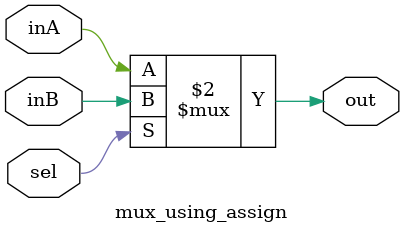
<source format=sv>
module mux_using_assign(input logic inA, inB, 
		        input logic sel,
		        output logic out);
  always_comb begin
    out = sel ? inB: inA;
  end

endmodule: mux_using_assign

</source>
